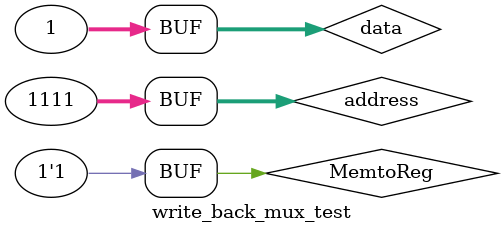
<source format=v>
`timescale 1ns / 1ps


module write_back_mux_test;

	// Inputs
	reg [31:0] data;
	reg [31:0] address;
	reg MemtoReg;

	// Outputs
	wire [31:0] writeData;

	// Instantiate the Unit Under Test (UUT)
	write_back_mux uut (
		.data(data), 
		.address(address), 
		.MemtoReg(MemtoReg), 
		.writeData(writeData)
	);

	initial begin
		// Initialize Inputs
		data = 0;
		address = 0;
		MemtoReg = 0;

		// Wait 100 ns for global reset to finish
		#100;
		data = 1;
		
		#100;
		MemtoReg = 1;
		
		#100;
		address = 1111;
        
		// Add stimulus here

	end
      
endmodule


</source>
